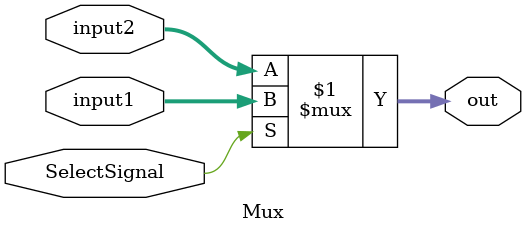
<source format=v>
`timescale 1ns / 1ps


module Mux(
    input SelectSignal,
    input [31 : 0] input1,
    input [31 : 0] input2,
    output [31 : 0] out
    );
    assign out = SelectSignal ? input1 : input2;
endmodule
</source>
